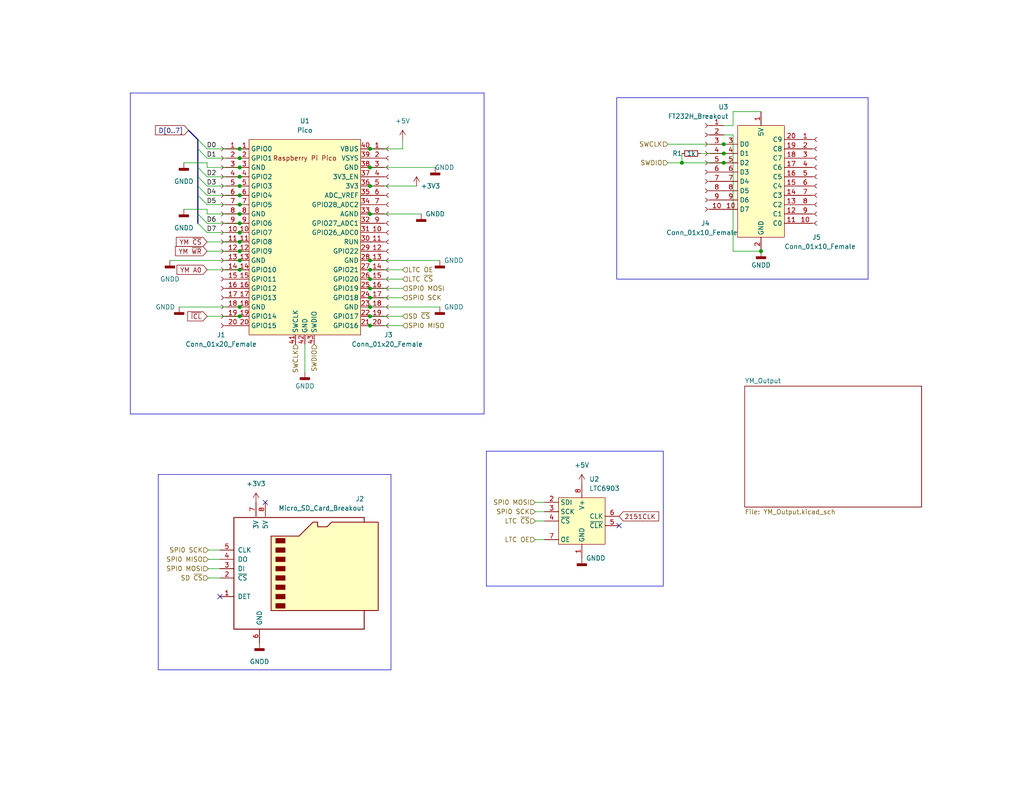
<source format=kicad_sch>
(kicad_sch (version 20230121) (generator eeschema)
  (paper "USLetter")
  (title_block (title "Pico YM2151 Dev Board"))
  (lib_symbols
    (symbol "Connector:Conn_01x10_Female" (pin_names (offset 1.016) hide)
      (property "Reference" "J" (at 0 12.7 0))
      (property "Value" "Conn_01x10_Female" (at 0 -15.24 0))
      (symbol "Conn_01x10_Female_1_1"
        (arc (start 0 -12.192) (mid -0.5058 -12.7) (end 0 -13.208) (stroke (width 0.1524)))
        (arc (start 0 -9.652) (mid -0.5058 -10.16) (end 0 -10.668) (stroke (width 0.1524)))
        (arc (start 0 -7.112) (mid -0.5058 -7.62) (end 0 -8.128) (stroke (width 0.1524)))
        (arc (start 0 -4.572) (mid -0.5058 -5.08) (end 0 -5.588) (stroke (width 0.1524)))
        (arc (start 0 -2.032) (mid -0.5058 -2.54) (end 0 -3.048) (stroke (width 0.1524)))
        (polyline (pts (xy -1.27 -12.7) (xy -0.508 -12.7)) (stroke (width 0.1524)))
        (polyline (pts (xy -1.27 -10.16) (xy -0.508 -10.16)) (stroke (width 0.1524)))
        (polyline (pts (xy -1.27 -7.62) (xy -0.508 -7.62)) (stroke (width 0.1524)))
        (polyline (pts (xy -1.27 -5.08) (xy -0.508 -5.08)) (stroke (width 0.1524)))
        (polyline (pts (xy -1.27 -2.54) (xy -0.508 -2.54)) (stroke (width 0.1524)))
        (polyline (pts (xy -1.27 0) (xy -0.508 0)) (stroke (width 0.1524)))
        (polyline (pts (xy -1.27 2.54) (xy -0.508 2.54)) (stroke (width 0.1524)))
        (polyline (pts (xy -1.27 5.08) (xy -0.508 5.08)) (stroke (width 0.1524)))
        (polyline (pts (xy -1.27 7.62) (xy -0.508 7.62)) (stroke (width 0.1524)))
        (polyline (pts (xy -1.27 10.16) (xy -0.508 10.16)) (stroke (width 0.1524)))
        (arc (start 0 0.508) (mid -0.5058 0) (end 0 -0.508) (stroke (width 0.1524)))
        (arc (start 0 3.048) (mid -0.5058 2.54) (end 0 2.032) (stroke (width 0.1524)))
        (arc (start 0 5.588) (mid -0.5058 5.08) (end 0 4.572) (stroke (width 0.1524)))
        (arc (start 0 8.128) (mid -0.5058 7.62) (end 0 7.112) (stroke (width 0.1524)))
        (arc (start 0 10.668) (mid -0.5058 10.16) (end 0 9.652) (stroke (width 0.1524)))
        (pin passive line (at -5.08 10.16 0) (length 3.81) (name "Pin_1") (number "1"))
        (pin passive line (at -5.08 -12.7 0) (length 3.81) (name "Pin_10") (number "10"))
        (pin passive line (at -5.08 7.62 0) (length 3.81) (name "Pin_2") (number "2"))
        (pin passive line (at -5.08 5.08 0) (length 3.81) (name "Pin_3") (number "3"))
        (pin passive line (at -5.08 2.54 0) (length 3.81) (name "Pin_4") (number "4"))
        (pin passive line (at -5.08 0 0) (length 3.81) (name "Pin_5") (number "5"))
        (pin passive line (at -5.08 -2.54 0) (length 3.81) (name "Pin_6") (number "6"))
        (pin passive line (at -5.08 -5.08 0) (length 3.81) (name "Pin_7") (number "7"))
        (pin passive line (at -5.08 -7.62 0) (length 3.81) (name "Pin_8") (number "8"))
        (pin passive line (at -5.08 -10.16 0) (length 3.81) (name "Pin_9") (number "9"))
      )
    )
    (symbol "Connector:Conn_01x20_Female" (pin_names (offset 1.016) hide)
      (property "Reference" "J" (at 0 25.4 0))
      (property "Value" "Conn_01x20_Female" (at 0 -27.94 0))
      (symbol "Conn_01x20_Female_1_1"
        (arc (start 0 -24.892) (mid -0.5058 -25.4) (end 0 -25.908) (stroke (width 0.1524)))
        (arc (start 0 -22.352) (mid -0.5058 -22.86) (end 0 -23.368) (stroke (width 0.1524)))
        (arc (start 0 -19.812) (mid -0.5058 -20.32) (end 0 -20.828) (stroke (width 0.1524)))
        (arc (start 0 -17.272) (mid -0.5058 -17.78) (end 0 -18.288) (stroke (width 0.1524)))
        (arc (start 0 -14.732) (mid -0.5058 -15.24) (end 0 -15.748) (stroke (width 0.1524)))
        (arc (start 0 -12.192) (mid -0.5058 -12.7) (end 0 -13.208) (stroke (width 0.1524)))
        (arc (start 0 -9.652) (mid -0.5058 -10.16) (end 0 -10.668) (stroke (width 0.1524)))
        (arc (start 0 -7.112) (mid -0.5058 -7.62) (end 0 -8.128) (stroke (width 0.1524)))
        (arc (start 0 -4.572) (mid -0.5058 -5.08) (end 0 -5.588) (stroke (width 0.1524)))
        (arc (start 0 -2.032) (mid -0.5058 -2.54) (end 0 -3.048) (stroke (width 0.1524)))
        (polyline (pts (xy -1.27 -25.4) (xy -0.508 -25.4)) (stroke (width 0.1524)))
        (polyline (pts (xy -1.27 -22.86) (xy -0.508 -22.86)) (stroke (width 0.1524)))
        (polyline (pts (xy -1.27 -20.32) (xy -0.508 -20.32)) (stroke (width 0.1524)))
        (polyline (pts (xy -1.27 -17.78) (xy -0.508 -17.78)) (stroke (width 0.1524)))
        (polyline (pts (xy -1.27 -15.24) (xy -0.508 -15.24)) (stroke (width 0.1524)))
        (polyline (pts (xy -1.27 -12.7) (xy -0.508 -12.7)) (stroke (width 0.1524)))
        (polyline (pts (xy -1.27 -10.16) (xy -0.508 -10.16)) (stroke (width 0.1524)))
        (polyline (pts (xy -1.27 -7.62) (xy -0.508 -7.62)) (stroke (width 0.1524)))
        (polyline (pts (xy -1.27 -5.08) (xy -0.508 -5.08)) (stroke (width 0.1524)))
        (polyline (pts (xy -1.27 -2.54) (xy -0.508 -2.54)) (stroke (width 0.1524)))
        (polyline (pts (xy -1.27 0) (xy -0.508 0)) (stroke (width 0.1524)))
        (polyline (pts (xy -1.27 2.54) (xy -0.508 2.54)) (stroke (width 0.1524)))
        (polyline (pts (xy -1.27 5.08) (xy -0.508 5.08)) (stroke (width 0.1524)))
        (polyline (pts (xy -1.27 7.62) (xy -0.508 7.62)) (stroke (width 0.1524)))
        (polyline (pts (xy -1.27 10.16) (xy -0.508 10.16)) (stroke (width 0.1524)))
        (polyline (pts (xy -1.27 12.7) (xy -0.508 12.7)) (stroke (width 0.1524)))
        (polyline (pts (xy -1.27 15.24) (xy -0.508 15.24)) (stroke (width 0.1524)))
        (polyline (pts (xy -1.27 17.78) (xy -0.508 17.78)) (stroke (width 0.1524)))
        (polyline (pts (xy -1.27 20.32) (xy -0.508 20.32)) (stroke (width 0.1524)))
        (polyline (pts (xy -1.27 22.86) (xy -0.508 22.86)) (stroke (width 0.1524)))
        (arc (start 0 0.508) (mid -0.5058 0) (end 0 -0.508) (stroke (width 0.1524)))
        (arc (start 0 3.048) (mid -0.5058 2.54) (end 0 2.032) (stroke (width 0.1524)))
        (arc (start 0 5.588) (mid -0.5058 5.08) (end 0 4.572) (stroke (width 0.1524)))
        (arc (start 0 8.128) (mid -0.5058 7.62) (end 0 7.112) (stroke (width 0.1524)))
        (arc (start 0 10.668) (mid -0.5058 10.16) (end 0 9.652) (stroke (width 0.1524)))
        (arc (start 0 13.208) (mid -0.5058 12.7) (end 0 12.192) (stroke (width 0.1524)))
        (arc (start 0 15.748) (mid -0.5058 15.24) (end 0 14.732) (stroke (width 0.1524)))
        (arc (start 0 18.288) (mid -0.5058 17.78) (end 0 17.272) (stroke (width 0.1524)))
        (arc (start 0 20.828) (mid -0.5058 20.32) (end 0 19.812) (stroke (width 0.1524)))
        (arc (start 0 23.368) (mid -0.5058 22.86) (end 0 22.352) (stroke (width 0.1524)))
        (pin passive line (at -5.08 22.86 0) (length 3.81) (name "Pin_1") (number "1"))
        (pin passive line (at -5.08 0 0) (length 3.81) (name "Pin_10") (number "10"))
        (pin passive line (at -5.08 -2.54 0) (length 3.81) (name "Pin_11") (number "11"))
        (pin passive line (at -5.08 -5.08 0) (length 3.81) (name "Pin_12") (number "12"))
        (pin passive line (at -5.08 -7.62 0) (length 3.81) (name "Pin_13") (number "13"))
        (pin passive line (at -5.08 -10.16 0) (length 3.81) (name "Pin_14") (number "14"))
        (pin passive line (at -5.08 -12.7 0) (length 3.81) (name "Pin_15") (number "15"))
        (pin passive line (at -5.08 -15.24 0) (length 3.81) (name "Pin_16") (number "16"))
        (pin passive line (at -5.08 -17.78 0) (length 3.81) (name "Pin_17") (number "17"))
        (pin passive line (at -5.08 -20.32 0) (length 3.81) (name "Pin_18") (number "18"))
        (pin passive line (at -5.08 -22.86 0) (length 3.81) (name "Pin_19") (number "19"))
        (pin passive line (at -5.08 20.32 0) (length 3.81) (name "Pin_2") (number "2"))
        (pin passive line (at -5.08 -25.4 0) (length 3.81) (name "Pin_20") (number "20"))
        (pin passive line (at -5.08 17.78 0) (length 3.81) (name "Pin_3") (number "3"))
        (pin passive line (at -5.08 15.24 0) (length 3.81) (name "Pin_4") (number "4"))
        (pin passive line (at -5.08 12.7 0) (length 3.81) (name "Pin_5") (number "5"))
        (pin passive line (at -5.08 10.16 0) (length 3.81) (name "Pin_6") (number "6"))
        (pin passive line (at -5.08 7.62 0) (length 3.81) (name "Pin_7") (number "7"))
        (pin passive line (at -5.08 5.08 0) (length 3.81) (name "Pin_8") (number "8"))
        (pin passive line (at -5.08 2.54 0) (length 3.81) (name "Pin_9") (number "9"))
      )
    )
    (symbol "Device:R_Small" (pin_numbers hide) (pin_names (offset 0.254) hide)
      (property "Reference" "R" (at 0.762 0.508 0))
      (property "Value" "R_Small" (at 0.762 -1.016 0))
      (symbol "R_Small_0_1"
        (rectangle (start -0.762 1.778) (end 0.762 -1.778) (stroke (width 0.2032)))
      )
      (symbol "R_Small_1_1"
        (pin passive line (at 0 2.54 270) (length 0.762) (name "~") (number "1"))
        (pin passive line (at 0 -2.54 90) (length 0.762) (name "~") (number "2"))
      )
    )
    (symbol "power:+3V3" (power) (pin_names (offset 0))
      (property "Value" "+3V3" (at 0 3.556 0))
      (symbol "+3V3_0_1"
        (polyline (pts (xy -0.762 1.27) (xy 0 2.54)))
        (polyline (pts (xy 0 0) (xy 0 2.54)))
        (polyline (pts (xy 0 2.54) (xy 0.762 1.27)))
      )
      (symbol "+3V3_1_1"
        (pin power_in line (at 0 0 90) (length 0) hide (name "+3V3") (number "1"))
      )
    )
    (symbol "power:+5V" (power) (pin_names (offset 0))
      (property "Value" "+5V" (at 0 3.556 0))
      (symbol "+5V_0_1"
        (polyline (pts (xy -0.762 1.27) (xy 0 2.54)))
        (polyline (pts (xy 0 0) (xy 0 2.54)))
        (polyline (pts (xy 0 2.54) (xy 0.762 1.27)))
      )
      (symbol "+5V_1_1"
        (pin power_in line (at 0 0 90) (length 0) hide (name "+5V") (number "1"))
      )
    )
    (symbol "power:GNDD" (power) (pin_names (offset 0))
      (property "Value" "GNDD" (at 0 -3.175 0))
      (symbol "GNDD_0_1"
        (rectangle (start -1.27 -1.524) (end 1.27 -2.032) (stroke (width 0.254)) (fill (type outline)))
        (polyline (pts (xy 0 0) (xy 0 -1.524)))
      )
      (symbol "GNDD_1_1"
        (pin power_in line (at 0 0 270) (length 0) hide (name "GNDD") (number "1"))
      )
    )
    (symbol "vgmplayer:FT232H_Breakout"
      (property "Reference" "U" (at -8.89 15.24 0))
      (property "Value" "FT232H_Breakout" (at 12.7 15.24 0))
      (symbol "FT232H_Breakout_0_1"
        (rectangle (start -6.35 13.97) (end 6.35 -16.51) (fill (type background)))
      )
      (symbol "FT232H_Breakout_1_1"
        (pin power_in line (at 0 17.78 270) (length 3.81) (name "5V") (number "1"))
        (pin bidirectional line (at -10.16 -8.89 0) (length 3.81) (name "D7") (number "10"))
        (pin bidirectional line (at 10.16 -12.7 180) (length 3.81) (name "C0") (number "11"))
        (pin bidirectional line (at 10.16 -10.16 180) (length 3.81) (name "C1") (number "12"))
        (pin bidirectional line (at 10.16 -7.62 180) (length 3.81) (name "C2") (number "13"))
        (pin bidirectional line (at 10.16 -5.08 180) (length 3.81) (name "C3") (number "14"))
        (pin bidirectional line (at 10.16 -2.54 180) (length 3.81) (name "C4") (number "15"))
        (pin bidirectional line (at 10.16 0 180) (length 3.81) (name "C5") (number "16"))
        (pin bidirectional line (at 10.16 2.54 180) (length 3.81) (name "C6") (number "17"))
        (pin bidirectional line (at 10.16 5.08 180) (length 3.81) (name "C7") (number "18"))
        (pin bidirectional line (at 10.16 7.62 180) (length 3.81) (name "C8") (number "19"))
        (pin power_in line (at 0 -20.32 90) (length 3.81) (name "GND") (number "2"))
        (pin bidirectional line (at 10.16 10.16 180) (length 3.81) (name "C9") (number "20"))
        (pin bidirectional line (at -10.16 8.89 0) (length 3.81) (name "D0") (number "3"))
        (pin bidirectional line (at -10.16 6.35 0) (length 3.81) (name "D1") (number "4"))
        (pin bidirectional line (at -10.16 3.81 0) (length 3.81) (name "D2") (number "5"))
        (pin bidirectional line (at -10.16 1.27 0) (length 3.81) (name "D3") (number "6"))
        (pin bidirectional line (at -10.16 -1.27 0) (length 3.81) (name "D4") (number "7"))
        (pin bidirectional line (at -10.16 -3.81 0) (length 3.81) (name "D5") (number "8"))
        (pin bidirectional line (at -10.16 -6.35 0) (length 3.81) (name "D6") (number "9"))
      )
    )
    (symbol "vgmplayer:LTC6903"
      (property "Reference" "U" (at -5.715 7.62 0))
      (property "Value" "LTC6903" (at 5.715 7.62 0))
      (symbol "LTC6903_0_1"
        (rectangle (start -6.35 6.35) (end 6.35 -6.35) (fill (type background)))
      )
      (symbol "LTC6903_1_1"
        (pin power_in line (at 0 -10.16 90) (length 3.81) (name "GND") (number "1"))
        (pin input line (at -10.16 5.08 0) (length 3.81) (name "SDI") (number "2"))
        (pin input line (at -10.16 2.54 0) (length 3.81) (name "SCK") (number "3"))
        (pin input line (at -10.16 0 0) (length 3.81) (name "~{CS}") (number "4"))
        (pin output line (at 10.16 -1.27 180) (length 3.81) (name "~{CLK}") (number "5"))
        (pin output line (at 10.16 1.27 180) (length 3.81) (name "CLK") (number "6"))
        (pin input line (at -10.16 -5.08 0) (length 3.81) (name "OE") (number "7"))
        (pin power_in line (at 0 10.16 270) (length 3.81) (name "V+") (number "8"))
      )
    )
    (symbol "vgmplayer:Micro_SD_Card_Breakout" (pin_names (offset 1.016))
      (property "Reference" "J" (at -16.51 15.24 0))
      (property "Value" "Micro_SD_Card_Breakout" (at 16.51 15.24 0))
      (symbol "Micro_SD_Card_Breakout_0_1"
        (rectangle (start -7.62 -9.525) (end -5.08 -10.795) (fill (type outline)))
        (rectangle (start -7.62 -6.985) (end -5.08 -8.255) (fill (type outline)))
        (rectangle (start -7.62 -4.445) (end -5.08 -5.715) (fill (type outline)))
        (rectangle (start -7.62 -1.905) (end -5.08 -3.175) (fill (type outline)))
        (rectangle (start -7.62 0.635) (end -5.08 -0.635) (fill (type outline)))
        (rectangle (start -7.62 3.175) (end -5.08 1.905) (fill (type outline)))
        (rectangle (start -7.62 5.715) (end -5.08 4.445) (fill (type outline)))
        (rectangle (start -7.62 8.255) (end -5.08 6.985) (fill (type outline)))
        (polyline (pts (xy 16.51 12.7) (xy 16.51 13.97) (xy -19.05 13.97) (xy -19.05 -16.51) (xy 16.51 -16.51) (xy 16.51 -11.43)) (stroke (width 0.254)))
        (polyline (pts (xy -8.89 -11.43) (xy -8.89 8.89) (xy -1.27 8.89) (xy 2.54 12.7) (xy 3.81 12.7) (xy 3.81 11.43) (xy 6.35 11.43) (xy 7.62 12.7) (xy 20.32 12.7) (xy 20.32 -11.43) (xy -8.89 -11.43)) (stroke (width 0.254)) (fill (type background)))
      )
      (symbol "Micro_SD_Card_Breakout_1_1"
        (pin passive line (at -22.86 -7.62 0) (length 3.81) (name "DET") (number "1"))
        (pin input line (at -22.86 -2.54 0) (length 3.81) (name "~{CS}") (number "2"))
        (pin input line (at -22.86 0 0) (length 3.81) (name "DI") (number "3"))
        (pin output line (at -22.86 2.54 0) (length 3.81) (name "DO") (number "4"))
        (pin input line (at -22.86 5.08 0) (length 3.81) (name "CLK") (number "5"))
        (pin power_in line (at -12.065 -20.32 90) (length 3.81) (name "GND") (number "6"))
        (pin power_in line (at -13.0175 18.0975 270) (length 3.81) (name "3V") (number "7"))
        (pin power_in line (at -10.4775 18.0975 270) (length 3.81) (name "5V") (number "8"))
      )
    )
    (symbol "vgmplayer:Pico"
      (property "Reference" "U" (at -13.97 27.94 0))
      (property "Value" "Pico" (at 0 19.05 0))
      (symbol "Pico_0_0"
        (text "Raspberry Pi Pico" (at 0 21.59 0) (effects (font (size 1.27 1.27))))
      )
      (symbol "Pico_0_1"
        (rectangle (start -15.24 26.67) (end 15.24 -26.67) (fill (type background)))
      )
      (symbol "Pico_1_1"
        (pin bidirectional line (at -17.78 24.13 0) (length 2.54) (name "GPIO0") (number "1"))
        (pin bidirectional line (at -17.78 1.27 0) (length 2.54) (name "GPIO7") (number "10"))
        (pin bidirectional line (at -17.78 -1.27 0) (length 2.54) (name "GPIO8") (number "11"))
        (pin bidirectional line (at -17.78 -3.81 0) (length 2.54) (name "GPIO9") (number "12"))
        (pin power_in line (at -17.78 -6.35 0) (length 2.54) (name "GND") (number "13"))
        (pin bidirectional line (at -17.78 -8.89 0) (length 2.54) (name "GPIO10") (number "14"))
        (pin bidirectional line (at -17.78 -11.43 0) (length 2.54) (name "GPIO11") (number "15"))
        (pin bidirectional line (at -17.78 -13.97 0) (length 2.54) (name "GPIO12") (number "16"))
        (pin bidirectional line (at -17.78 -16.51 0) (length 2.54) (name "GPIO13") (number "17"))
        (pin power_in line (at -17.78 -19.05 0) (length 2.54) (name "GND") (number "18"))
        (pin bidirectional line (at -17.78 -21.59 0) (length 2.54) (name "GPIO14") (number "19"))
        (pin bidirectional line (at -17.78 21.59 0) (length 2.54) (name "GPIO1") (number "2"))
        (pin bidirectional line (at -17.78 -24.13 0) (length 2.54) (name "GPIO15") (number "20"))
        (pin bidirectional line (at 17.78 -24.13 180) (length 2.54) (name "GPIO16") (number "21"))
        (pin bidirectional line (at 17.78 -21.59 180) (length 2.54) (name "GPIO17") (number "22"))
        (pin power_in line (at 17.78 -19.05 180) (length 2.54) (name "GND") (number "23"))
        (pin bidirectional line (at 17.78 -16.51 180) (length 2.54) (name "GPIO18") (number "24"))
        (pin bidirectional line (at 17.78 -13.97 180) (length 2.54) (name "GPIO19") (number "25"))
        (pin bidirectional line (at 17.78 -11.43 180) (length 2.54) (name "GPIO20") (number "26"))
        (pin bidirectional line (at 17.78 -8.89 180) (length 2.54) (name "GPIO21") (number "27"))
        (pin power_in line (at 17.78 -6.35 180) (length 2.54) (name "GND") (number "28"))
        (pin bidirectional line (at 17.78 -3.81 180) (length 2.54) (name "GPIO22") (number "29"))
        (pin power_in line (at -17.78 19.05 0) (length 2.54) (name "GND") (number "3"))
        (pin input line (at 17.78 -1.27 180) (length 2.54) (name "RUN") (number "30"))
        (pin bidirectional line (at 17.78 1.27 180) (length 2.54) (name "GPIO26_ADC0") (number "31"))
        (pin bidirectional line (at 17.78 3.81 180) (length 2.54) (name "GPIO27_ADC1") (number "32"))
        (pin power_in line (at 17.78 6.35 180) (length 2.54) (name "AGND") (number "33"))
        (pin bidirectional line (at 17.78 8.89 180) (length 2.54) (name "GPIO28_ADC2") (number "34"))
        (pin power_in line (at 17.78 11.43 180) (length 2.54) (name "ADC_VREF") (number "35"))
        (pin power_in line (at 17.78 13.97 180) (length 2.54) (name "3V3") (number "36"))
        (pin input line (at 17.78 16.51 180) (length 2.54) (name "3V3_EN") (number "37"))
        (pin bidirectional line (at 17.78 19.05 180) (length 2.54) (name "GND") (number "38"))
        (pin power_in line (at 17.78 21.59 180) (length 2.54) (name "VSYS") (number "39"))
        (pin bidirectional line (at -17.78 16.51 0) (length 2.54) (name "GPIO2") (number "4"))
        (pin power_in line (at 17.78 24.13 180) (length 2.54) (name "VBUS") (number "40"))
        (pin input line (at -2.54 -29.21 90) (length 2.54) (name "SWCLK") (number "41"))
        (pin power_in line (at 0 -29.21 90) (length 2.54) (name "GND") (number "42"))
        (pin bidirectional line (at 2.54 -29.21 90) (length 2.54) (name "SWDIO") (number "43"))
        (pin bidirectional line (at -17.78 13.97 0) (length 2.54) (name "GPIO3") (number "5"))
        (pin bidirectional line (at -17.78 11.43 0) (length 2.54) (name "GPIO4") (number "6"))
        (pin bidirectional line (at -17.78 8.89 0) (length 2.54) (name "GPIO5") (number "7"))
        (pin power_in line (at -17.78 6.35 0) (length 2.54) (name "GND") (number "8"))
        (pin bidirectional line (at -17.78 3.81 0) (length 2.54) (name "GPIO6") (number "9"))
      )
    )
  )
  (junction (at 100.965 78.74))
  (junction (at 65.405 53.34))
  (junction (at 197.485 39.37))
  (junction (at 100.965 81.28))
  (junction (at 197.485 44.45))
  (junction (at 207.645 68.58))
  (junction (at 186.055 44.45))
  (junction (at 100.965 73.66))
  (junction (at 65.405 43.18))
  (junction (at 100.965 40.64))
  (junction (at 65.405 71.12))
  (junction (at 197.485 41.91))
  (junction (at 100.965 86.36))
  (junction (at 100.965 71.12))
  (junction (at 100.965 50.8))
  (junction (at 65.405 40.64))
  (junction (at 65.405 86.36))
  (junction (at 65.405 68.58))
  (junction (at 65.405 58.42))
  (junction (at 65.405 55.88))
  (junction (at 100.965 88.9))
  (junction (at 65.405 45.72))
  (junction (at 65.405 83.82))
  (junction (at 100.965 76.2))
  (junction (at 65.405 63.5))
  (junction (at 65.405 50.8))
  (junction (at 65.405 66.04))
  (junction (at 65.405 60.96))
  (junction (at 100.965 58.42))
  (junction (at 65.405 48.26))
  (junction (at 100.965 83.82))
  (junction (at 65.405 73.66))
  (junction (at 100.965 45.72))
  (no_connect (at 72.39 137.16))
  (no_connect (at 60.0075 162.8775))
  (no_connect (at 168.91 143.51))
  (bus_entry (at 56.515 55.88) (size -2.54 -2.54))
  (bus_entry (at 56.515 40.64) (size -2.54 -2.54))
  (bus_entry (at 56.515 53.34) (size -2.54 -2.54))
  (bus_entry (at 56.515 43.18) (size -2.54 -2.54))
  (bus_entry (at 56.515 60.96) (size -2.54 -2.54))
  (bus_entry (at 56.515 50.8) (size -2.54 -2.54))
  (bus_entry (at 56.515 48.26) (size -2.54 -2.54))
  (bus_entry (at 56.515 63.5) (size -2.54 -2.54))
  (wire (pts (xy 56.515 43.18) (xy 65.405 43.18)))
  (bus (pts (xy 53.975 45.72) (xy 53.975 40.64)))
  (wire (pts (xy 100.965 58.42) (xy 114.935 58.42)))
  (wire (pts (xy 200.025 30.48) (xy 207.645 30.48)))
  (wire (pts (xy 56.515 58.42) (xy 56.515 57.15)))
  (wire (pts (xy 146.05 147.32) (xy 148.59 147.32)))
  (wire (pts (xy 56.515 45.72) (xy 65.405 45.72)))
  (wire (pts (xy 56.515 40.64) (xy 65.405 40.64)))
  (wire (pts (xy 56.515 66.04) (xy 65.405 66.04)))
  (wire (pts (xy 100.965 50.8) (xy 113.665 50.8)))
  (wire (pts (xy 56.515 55.88) (xy 65.405 55.88)))
  (polyline (pts (xy 168.275 76.2) (xy 236.855 76.2)))
  (wire (pts (xy 186.055 44.45) (xy 197.485 44.45)))
  (wire (pts (xy 56.515 86.36) (xy 65.405 86.36)))
  (wire (pts (xy 182.245 39.37) (xy 197.485 39.37)))
  (bus (pts (xy 53.975 40.64) (xy 53.975 38.1)))
  (wire (pts (xy 100.965 40.64) (xy 109.855 40.64)))
  (polyline (pts (xy 106.68 182.88) (xy 106.68 129.54)))
  (wire (pts (xy 100.965 78.74) (xy 109.855 78.74)))
  (wire (pts (xy 56.8325 152.7175) (xy 60.0075 152.7175)))
  (wire (pts (xy 50.165 44.45) (xy 56.515 44.45)))
  (wire (pts (xy 191.135 41.91) (xy 197.485 41.91)))
  (wire (pts (xy 200.025 34.29) (xy 200.025 30.48)))
  (wire (pts (xy 109.855 40.64) (xy 109.855 38.1)))
  (bus (pts (xy 53.975 60.96) (xy 53.975 58.42)))
  (polyline (pts (xy 180.975 160.02) (xy 180.975 123.19)))
  (wire (pts (xy 146.05 142.24) (xy 148.59 142.24)))
  (wire (pts (xy 100.965 83.82) (xy 120.015 83.82)))
  (wire (pts (xy 56.515 53.34) (xy 65.405 53.34)))
  (bus (pts (xy 53.975 48.26) (xy 53.975 45.72)))
  (polyline (pts (xy 236.855 76.2) (xy 236.855 26.67)))
  (polyline (pts (xy 35.56 25.4) (xy 132.08 25.4)))
  (wire (pts (xy 46.355 71.12) (xy 65.405 71.12)))
  (wire (pts (xy 56.515 60.96) (xy 65.405 60.96)))
  (polyline (pts (xy 43.18 182.88) (xy 106.68 182.88)))
  (polyline (pts (xy 106.68 129.54) (xy 43.18 129.54)))
  (bus (pts (xy 51.435 35.56) (xy 53.975 38.1)))
  (wire (pts (xy 48.895 83.82) (xy 65.405 83.82)))
  (bus (pts (xy 53.975 58.42) (xy 53.975 53.34)))
  (wire (pts (xy 56.515 45.72) (xy 56.515 44.45)))
  (wire (pts (xy 56.515 68.58) (xy 65.405 68.58)))
  (wire (pts (xy 56.8325 150.1775) (xy 60.0075 150.1775)))
  (polyline (pts (xy 180.975 123.19) (xy 132.715 123.19)))
  (polyline (pts (xy 43.18 129.54) (xy 43.18 182.88)))
  (wire (pts (xy 186.055 41.91) (xy 186.055 44.45)))
  (polyline (pts (xy 132.08 113.03) (xy 35.56 113.03)))
  (wire (pts (xy 100.965 45.72) (xy 118.745 45.72)))
  (wire (pts (xy 56.515 48.26) (xy 65.405 48.26)))
  (bus (pts (xy 53.975 50.8) (xy 53.975 48.26)))
  (wire (pts (xy 100.965 76.2) (xy 109.855 76.2)))
  (wire (pts (xy 56.515 73.66) (xy 65.405 73.66)))
  (wire (pts (xy 100.965 81.28) (xy 109.855 81.28)))
  (wire (pts (xy 83.185 93.98) (xy 83.185 101.6)))
  (wire (pts (xy 207.645 68.58) (xy 200.025 68.58)))
  (wire (pts (xy 146.05 137.16) (xy 148.59 137.16)))
  (wire (pts (xy 50.165 57.15) (xy 56.515 57.15)))
  (polyline (pts (xy 132.715 123.19) (xy 132.715 160.02)))
  (wire (pts (xy 200.025 36.83) (xy 197.485 36.83)))
  (wire (pts (xy 100.965 86.36) (xy 109.855 86.36)))
  (wire (pts (xy 56.8325 157.7975) (xy 60.0075 157.7975)))
  (polyline (pts (xy 236.855 26.67) (xy 168.275 26.67)))
  (wire (pts (xy 197.485 34.29) (xy 200.025 34.29)))
  (wire (pts (xy 56.515 50.8) (xy 65.405 50.8)))
  (polyline (pts (xy 35.56 113.03) (xy 35.56 25.4)))
  (polyline (pts (xy 132.715 160.02) (xy 180.975 160.02)))
  (wire (pts (xy 100.965 88.9) (xy 109.855 88.9)))
  (wire (pts (xy 56.8325 155.2575) (xy 60.0075 155.2575)))
  (wire (pts (xy 182.245 44.45) (xy 186.055 44.45)))
  (wire (pts (xy 200.025 36.83) (xy 200.025 68.58)))
  (wire (pts (xy 56.515 63.5) (xy 65.405 63.5)))
  (polyline (pts (xy 132.08 25.4) (xy 132.08 113.03)))
  (wire (pts (xy 100.965 73.66) (xy 109.855 73.66)))
  (wire (pts (xy 100.965 71.12) (xy 120.015 71.12)))
  (bus (pts (xy 53.975 53.34) (xy 53.975 50.8)))
  (polyline (pts (xy 168.275 26.67) (xy 168.275 76.2)))
  (wire (pts (xy 146.05 139.7) (xy 148.59 139.7)))
  (wire (pts (xy 56.515 58.42) (xy 65.405 58.42)))
  (label "D6" (at 59.0482 60.96 180))
  (label "D4" (at 59.0482 53.34 180))
  (label "D3" (at 59.0482 50.8 180))
  (label "D7" (at 59.0482 63.5 180))
  (label "D2" (at 59.055 48.26 180))
  (label "D1" (at 59.055 43.18 180))
  (label "D5" (at 59.055 55.88 180))
  (label "D0" (at 59.055 40.64 180))
  (global_label "YM ~{CS}" (shape input) (at 56.515 66.04 180) (property "Intersheetrefs" "${INTERSHEET_REFS}" (effects hide)))
  (global_label "YM ~{WR}" (shape input) (at 56.515 68.58 180) (property "Intersheetrefs" "${INTERSHEET_REFS}" (effects hide)))
  (global_label "D[0..7]" (shape input) (at 51.435 35.56 180) (property "Intersheetrefs" "${INTERSHEET_REFS}" (effects hide)))
  (global_label "2151CLK" (shape input) (at 168.91 140.97 0) (property "Intersheetrefs" "${INTERSHEET_REFS}" (effects hide)))
  (global_label "~{ICL}" (shape input) (at 56.515 86.36 180) (property "Intersheetrefs" "${INTERSHEET_REFS}" (effects hide)))
  (global_label "YM A0" (shape input) (at 56.515 73.66 180) (property "Intersheetrefs" "${INTERSHEET_REFS}" (effects hide)))
  (hierarchical_label "SPI0 MISO" (shape input) (at 109.855 88.9 0))
  (hierarchical_label "LTC OE" (shape input) (at 109.855 73.66 0))
  (hierarchical_label "SPI0 SCK" (shape input) (at 146.05 139.7 180))
  (hierarchical_label "SPI0 MOSI" (shape input) (at 109.855 78.74 0))
  (hierarchical_label "SPI0 MOSI" (shape input) (at 56.8325 155.2575 180))
  (hierarchical_label "SPI0 SCK" (shape input) (at 109.855 81.28 0))
  (hierarchical_label "LTC ~{CS}" (shape input) (at 146.05 142.24 180))
  (hierarchical_label "SWCLK" (shape input) (at 182.245 39.37 180))
  (hierarchical_label "SWCLK" (shape input) (at 80.645 93.98 270))
  (hierarchical_label "SD ~{CS}" (shape input) (at 56.8325 157.7975 180))
  (hierarchical_label "SWDIO" (shape input) (at 85.725 93.98 270))
  (hierarchical_label "LTC ~{CS}" (shape input) (at 109.855 76.2 0))
  (hierarchical_label "SWDIO" (shape input) (at 182.245 44.45 180))
  (hierarchical_label "SPI0 SCK" (shape input) (at 56.8325 150.1775 180))
  (hierarchical_label "LTC OE" (shape input) (at 146.05 147.32 180))
  (hierarchical_label "SPI0 MOSI" (shape input) (at 146.05 137.16 180))
  (hierarchical_label "SD ~{CS}" (shape input) (at 109.855 86.36 0))
  (hierarchical_label "SPI0 MISO" (shape input) (at 56.8325 152.7175 180))
  (symbol (lib_id "power:GNDD") (at 83.185 101.6 0) (unit 1)
    (property "Reference" "#PWR06" (effects hide))
    (property "Value" "GNDD" (at 83.185 105.41 0))
  )
  (symbol (lib_id "power:+3V3") (at 69.85 137.16 0) (unit 1)
    (property "Reference" "#PWR04" (effects hide))
    (property "Value" "+3V3" (at 69.85 132.08 0))
  )
  (symbol (lib_id "Device:R_Small") (at 188.595 41.91 90) (mirror x) (unit 1)
    (property "Reference" "R1" (at 184.785 41.91 90))
    (property "Value" "1k" (at 188.595 41.91 90))
    (property "Footprint" "Resistor_THT:R_Axial_DIN0204_L3.6mm_D1.6mm_P5.08mm_Horizontal" (effects hide))
  )
  (symbol (lib_id "Connector:Conn_01x20_Female") (at 60.325 63.5 0) (mirror y) (unit 1)
    (property "Reference" "J1" (at 60.325 91.44 0))
    (property "Value" "Conn_01x20_Female" (at 60.325 93.98 0))
    (property "Footprint" "Connector_PinSocket_2.54mm:PinSocket_1x20_P2.54mm_Vertical" (effects hide))
  )
  (symbol (lib_id "power:+3V3") (at 113.665 50.8 0) (unit 1)
    (property "Reference" "#PWR08" (effects hide))
    (property "Value" "+3V3" (at 117.475 50.8 0))
  )
  (symbol (lib_id "power:GNDD") (at 50.165 57.15 0) (unit 1)
    (property "Reference" "#PWR03" (effects hide))
    (property "Value" "GNDD" (at 50.165 62.23 0))
  )
  (symbol (lib_id "power:GNDD") (at 120.015 71.12 0) (unit 1)
    (property "Reference" "#PWR010" (effects hide))
    (property "Value" "GNDD" (at 123.825 71.12 0))
  )
  (symbol (lib_id "Connector:Conn_01x10_Female") (at 222.885 48.26 0) (unit 1)
    (property "Reference" "J5" (at 221.615 64.77 0) (effects (justify left)))
    (property "Value" "Conn_01x10_Female" (at 213.995 67.31 0) (effects (justify left)))
    (property "Footprint" "Connector_PinSocket_2.54mm:PinSocket_1x10_P2.54mm_Vertical" (effects hide))
  )
  (symbol (lib_id "power:GNDD") (at 158.75 152.4 0) (unit 1)
    (property "Reference" "#PWR014" (effects hide))
    (property "Value" "GNDD" (at 162.56 152.4 0))
  )
  (symbol (lib_id "vgmplayer:LTC6903") (at 158.75 142.24 0) (unit 1)
    (property "Reference" "U2" (at 160.7694 130.81 0) (effects (justify left)))
    (property "Value" "LTC6903" (at 160.7694 133.35 0) (effects (justify left)))
    (property "Footprint" "Package_DIP:DIP-8_W7.62mm_Socket" (effects hide))
  )
  (symbol (lib_id "vgmplayer:Pico") (at 83.185 64.77 0) (unit 1)
    (property "Reference" "U1" (at 83.185 33.02 0))
    (property "Value" "Pico" (at 83.185 35.56 0))
    (property "Footprint" "vgmplayer:RPi_Pico_SMD_TH" (effects hide))
  )
  (symbol (lib_id "power:GNDD") (at 114.935 58.42 0) (unit 1)
    (property "Reference" "#PWR09" (effects hide))
    (property "Value" "GNDD" (at 118.745 58.42 0))
  )
  (symbol (lib_id "power:GNDD") (at 118.745 45.72 0) (unit 1)
    (property "Reference" "#PWR011" (effects hide))
    (property "Value" "GNDD" (at 121.285 45.72 0))
  )
  (symbol (lib_id "Connector:Conn_01x20_Female") (at 106.045 63.5 0) (unit 1)
    (property "Reference" "J3" (at 104.775 91.44 0) (effects (justify left)))
    (property "Value" "Conn_01x20_Female" (at 95.885 93.98 0) (effects (justify left)))
    (property "Footprint" "Connector_PinSocket_2.54mm:PinSocket_1x20_P2.54mm_Vertical" (effects hide))
  )
  (symbol (lib_id "power:GNDD") (at 48.895 83.82 0) (unit 1)
    (property "Reference" "#PWR01" (effects hide))
    (property "Value" "GNDD" (at 45.085 83.82 0))
  )
  (symbol (lib_id "power:GNDD") (at 50.165 44.45 0) (unit 1)
    (property "Reference" "#PWR02" (effects hide))
    (property "Value" "GNDD" (at 50.165 49.53 0))
  )
  (symbol (lib_id "vgmplayer:FT232H_Breakout") (at 207.645 48.26 0) (unit 1)
    (property "Reference" "U3" (at 198.755 29.21 0) (effects (justify right)))
    (property "Value" "FT232H_Breakout" (at 198.755 31.75 0) (effects (justify right)))
    (property "Footprint" "vgmplayer:Adafruit_FT232H_Breakout" (effects hide))
  )
  (symbol (lib_id "Connector:Conn_01x10_Female") (at 192.405 44.45 0) (mirror y) (unit 1)
    (property "Reference" "J4" (at 193.675 60.96 0) (effects (justify left)))
    (property "Value" "Conn_01x10_Female" (at 201.295 63.5 0) (effects (justify left)))
    (property "Footprint" "Connector_PinSocket_2.54mm:PinSocket_1x10_P2.54mm_Vertical" (effects hide))
  )
  (symbol (lib_id "power:+5V") (at 109.855 38.1 0) (unit 1)
    (property "Reference" "#PWR07" (effects hide))
    (property "Value" "+5V" (at 109.855 33.02 0))
  )
  (symbol (lib_id "power:GNDD") (at 46.355 71.12 0) (unit 1)
    (property "Reference" "#PWR0102" (effects hide))
    (property "Value" "GNDD" (at 46.355 76.2 0))
  )
  (symbol (lib_id "vgmplayer:Micro_SD_Card_Breakout") (at 82.8675 155.2575 0) (unit 1)
    (property "Reference" "J2" (at 99.3775 136.2075 0) (effects (justify right)))
    (property "Value" "Micro_SD_Card_Breakout" (at 99.3775 138.7475 0) (effects (justify right)))
    (property "Footprint" "vgmplayer:Adafruit_Micro-SD_Card_Breakout" (effects hide))
  )
  (symbol (lib_id "power:+5V") (at 158.75 132.08 0) (unit 1)
    (property "Reference" "#PWR013" (effects hide))
    (property "Value" "+5V" (at 158.75 127 0))
  )
  (symbol (lib_id "power:GNDD") (at 120.015 83.82 0) (unit 1)
    (property "Reference" "#PWR012" (effects hide))
    (property "Value" "GNDD" (at 123.825 83.82 0))
  )
  (symbol (lib_id "power:GNDD") (at 207.645 68.58 0) (unit 1)
    (property "Reference" "#PWR015" (effects hide))
    (property "Value" "GNDD" (at 207.645 72.39 0))
  )
  (symbol (lib_id "power:GNDD") (at 70.8025 175.5775 0) (mirror y) (unit 1)
    (property "Reference" "#PWR05" (effects hide))
    (property "Value" "GNDD" (at 70.8025 180.6575 0))
  )
  (sheet (at 203.2 105.41) (size 48.26 33.02) (stroke (width 0.1524))
    (property "Sheetname" "YM_Output" (at 203.2 104.6984 0) (effects (justify left bottom)))
    (property "Sheetfile" "YM_Output.kicad_sch" (at 203.2 139.0146 0) (effects (justify left top)))
  )
)
</source>
